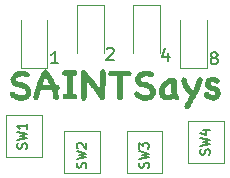
<source format=gto>
%TF.GenerationSoftware,KiCad,Pcbnew,8.0.4*%
%TF.CreationDate,2024-08-09T22:32:03-04:00*%
%TF.ProjectId,SaintSays,5361696e-7453-4617-9973-2e6b69636164,rev?*%
%TF.SameCoordinates,Original*%
%TF.FileFunction,Legend,Top*%
%TF.FilePolarity,Positive*%
%FSLAX46Y46*%
G04 Gerber Fmt 4.6, Leading zero omitted, Abs format (unit mm)*
G04 Created by KiCad (PCBNEW 8.0.4) date 2024-08-09 22:32:03*
%MOMM*%
%LPD*%
G01*
G04 APERTURE LIST*
%ADD10C,0.300000*%
%ADD11C,0.150000*%
%ADD12C,0.120000*%
G04 APERTURE END LIST*
D10*
G36*
X134728367Y-90304501D02*
G01*
X134708515Y-90180257D01*
X134710659Y-90157344D01*
X134753441Y-90042089D01*
X134760729Y-90032170D01*
X134862915Y-89959652D01*
X134866974Y-89958286D01*
X134989125Y-89962215D01*
X135014131Y-89971720D01*
X135119680Y-90041269D01*
X135139916Y-90062700D01*
X135234637Y-90140919D01*
X135265701Y-90157344D01*
X135380204Y-90205172D01*
X135470865Y-90230617D01*
X135594513Y-90254026D01*
X135617411Y-90256263D01*
X135739487Y-90261565D01*
X135768230Y-90261758D01*
X135868981Y-90231228D01*
X135961793Y-90165282D01*
X136031984Y-90062099D01*
X136036898Y-90044993D01*
X136039907Y-89920832D01*
X136036898Y-89908217D01*
X135983136Y-89798489D01*
X135971563Y-89784263D01*
X135870784Y-89714005D01*
X135853715Y-89708548D01*
X135735105Y-89672033D01*
X135608022Y-89641989D01*
X135582606Y-89637107D01*
X135457706Y-89611490D01*
X135336026Y-89581580D01*
X135320045Y-89577267D01*
X135203356Y-89538332D01*
X135092570Y-89486786D01*
X135078244Y-89478960D01*
X134975088Y-89406644D01*
X134885830Y-89317118D01*
X134867585Y-89295167D01*
X134801935Y-89191917D01*
X134797365Y-89179152D01*
X134765523Y-89061049D01*
X134763171Y-89051535D01*
X134750892Y-88920474D01*
X134768791Y-88796901D01*
X134791870Y-88738293D01*
X134854164Y-88630652D01*
X134928846Y-88532128D01*
X134952459Y-88505652D01*
X135041501Y-88420382D01*
X135147361Y-88344476D01*
X135232728Y-88299267D01*
X135352483Y-88252441D01*
X135476360Y-88220040D01*
X135561235Y-88206454D01*
X135690893Y-88197553D01*
X135821582Y-88202905D01*
X135909281Y-88214392D01*
X136039054Y-88241669D01*
X136163675Y-88280452D01*
X136243893Y-88312700D01*
X136342859Y-88390079D01*
X136362351Y-88432379D01*
X136372026Y-88557035D01*
X136364183Y-88591137D01*
X136298261Y-88698826D01*
X136275034Y-88718754D01*
X136158205Y-88757111D01*
X136120551Y-88753558D01*
X135998417Y-88725826D01*
X135946528Y-88712648D01*
X135824712Y-88684026D01*
X135784106Y-88676011D01*
X135659278Y-88671432D01*
X135650383Y-88672348D01*
X135526914Y-88694154D01*
X135514829Y-88697383D01*
X135396981Y-88735851D01*
X135315771Y-88780425D01*
X135255931Y-88850645D01*
X135222958Y-88947121D01*
X135273639Y-89055198D01*
X135384795Y-89113111D01*
X135396981Y-89116870D01*
X135518366Y-89142093D01*
X135643240Y-89166243D01*
X135660153Y-89169382D01*
X135786296Y-89197145D01*
X135910562Y-89233496D01*
X135926988Y-89238991D01*
X136046307Y-89286280D01*
X136158113Y-89344571D01*
X136172452Y-89353175D01*
X136272254Y-89428630D01*
X136357567Y-89524479D01*
X136367847Y-89538799D01*
X136440288Y-89638718D01*
X136490457Y-89750711D01*
X136495464Y-89766556D01*
X136521367Y-89886197D01*
X136525336Y-90013813D01*
X136524773Y-90021789D01*
X136504775Y-90147117D01*
X136464323Y-90267864D01*
X136404636Y-90378384D01*
X136325715Y-90474249D01*
X136233346Y-90554316D01*
X136195655Y-90580495D01*
X136088837Y-90646326D01*
X136050942Y-90667812D01*
X135931444Y-90717300D01*
X135805592Y-90743947D01*
X135718161Y-90749023D01*
X135595929Y-90742817D01*
X135473553Y-90724202D01*
X135362177Y-90696510D01*
X135242254Y-90655777D01*
X135126804Y-90604943D01*
X135025732Y-90549965D01*
X134922417Y-90482804D01*
X134822054Y-90404766D01*
X134755233Y-90342969D01*
X134728367Y-90304501D01*
G37*
G36*
X137809670Y-88105812D02*
G01*
X137849180Y-88135624D01*
X137944398Y-88236467D01*
X138033134Y-88342076D01*
X138115388Y-88452450D01*
X138191158Y-88567590D01*
X138260445Y-88687496D01*
X138282100Y-88728524D01*
X138344761Y-88852873D01*
X138404975Y-88978166D01*
X138462742Y-89104405D01*
X138518061Y-89231588D01*
X138570934Y-89359715D01*
X138588014Y-89402634D01*
X138712297Y-89401173D01*
X138746161Y-89402634D01*
X138861695Y-89449300D01*
X138885380Y-89471632D01*
X138948098Y-89579359D01*
X138949494Y-89587037D01*
X138937892Y-89706716D01*
X138868283Y-89806245D01*
X138759053Y-89861629D01*
X138750436Y-89863642D01*
X138782225Y-89983421D01*
X138810275Y-90105538D01*
X138817602Y-90140858D01*
X138841378Y-90264627D01*
X138861413Y-90389098D01*
X138866451Y-90424790D01*
X138866451Y-90451657D01*
X138827081Y-90569574D01*
X138808443Y-90596981D01*
X138712798Y-90675351D01*
X138701587Y-90680024D01*
X138578199Y-90686586D01*
X138573970Y-90685519D01*
X138467147Y-90616676D01*
X138448796Y-90595150D01*
X138395006Y-90480920D01*
X138392009Y-90457763D01*
X138376630Y-90336338D01*
X138371249Y-90308775D01*
X138346562Y-90188282D01*
X138316466Y-90065858D01*
X138280960Y-89941502D01*
X138258897Y-89871580D01*
X138124253Y-89871580D01*
X137990285Y-89871580D01*
X137856993Y-89871580D01*
X137783234Y-89871580D01*
X137650608Y-89871580D01*
X137517885Y-89871580D01*
X137385065Y-89871580D01*
X137311235Y-89871580D01*
X137273348Y-89992513D01*
X137251395Y-90076744D01*
X137222312Y-90199229D01*
X137203157Y-90281297D01*
X137176252Y-90400709D01*
X137168353Y-90441887D01*
X137120649Y-90558970D01*
X137098743Y-90587212D01*
X136998900Y-90663109D01*
X136957083Y-90673918D01*
X136833492Y-90655017D01*
X136822138Y-90648883D01*
X136735184Y-90559925D01*
X136725662Y-90542637D01*
X136697842Y-90423454D01*
X136700628Y-90378384D01*
X136719503Y-90251783D01*
X136747034Y-90142079D01*
X136782807Y-90018813D01*
X136812369Y-89910048D01*
X136845883Y-89786542D01*
X136881169Y-89663776D01*
X136918226Y-89541750D01*
X136957054Y-89420465D01*
X136963059Y-89402634D01*
X137462055Y-89402634D01*
X137592257Y-89402634D01*
X137719163Y-89402634D01*
X137781402Y-89402634D01*
X137905589Y-89402634D01*
X138028022Y-89402634D01*
X138076936Y-89402634D01*
X138025406Y-89283209D01*
X137971568Y-89164218D01*
X137920621Y-89056420D01*
X137861003Y-88940058D01*
X137796336Y-88827738D01*
X137733164Y-88729134D01*
X137681005Y-88846040D01*
X137631155Y-88962513D01*
X137587840Y-89068021D01*
X137542397Y-89183320D01*
X137499264Y-89298330D01*
X137462055Y-89402634D01*
X136963059Y-89402634D01*
X136997653Y-89299921D01*
X137040023Y-89180118D01*
X137084163Y-89061055D01*
X137130075Y-88942732D01*
X137177758Y-88825150D01*
X137227212Y-88708309D01*
X137261165Y-88630826D01*
X137309403Y-88527634D01*
X137357641Y-88427494D01*
X137410305Y-88315936D01*
X137411985Y-88312090D01*
X137473208Y-88202343D01*
X137475488Y-88199127D01*
X137562805Y-88110589D01*
X137682164Y-88073989D01*
X137686758Y-88073953D01*
X137809670Y-88105812D01*
G37*
G36*
X140164602Y-90152459D02*
G01*
X140286394Y-90182317D01*
X140330687Y-90212299D01*
X140405030Y-90310882D01*
X140415561Y-90342358D01*
X140412454Y-90464702D01*
X140403960Y-90487072D01*
X140316006Y-90578574D01*
X140276953Y-90596981D01*
X140158114Y-90626863D01*
X140112090Y-90631786D01*
X139987869Y-90637997D01*
X139922801Y-90637892D01*
X139799015Y-90633353D01*
X139746946Y-90629954D01*
X139622993Y-90624459D01*
X139395237Y-90624459D01*
X139274712Y-90592726D01*
X139256018Y-90579884D01*
X139177458Y-90485052D01*
X139172365Y-90473639D01*
X139159235Y-90350420D01*
X139160764Y-90341748D01*
X139215761Y-90232541D01*
X139232815Y-90214131D01*
X139343512Y-90157046D01*
X139375697Y-90152459D01*
X139497988Y-90149049D01*
X139553384Y-90152459D01*
X139553384Y-88621057D01*
X139426759Y-88620026D01*
X139387299Y-88619225D01*
X139266504Y-88584684D01*
X139232815Y-88563660D01*
X139155268Y-88465352D01*
X139149162Y-88354221D01*
X139201674Y-88248586D01*
X139298150Y-88175314D01*
X139410502Y-88152110D01*
X139533947Y-88151932D01*
X139657750Y-88151395D01*
X139781911Y-88150500D01*
X139806786Y-88150279D01*
X139931436Y-88149670D01*
X140056562Y-88150136D01*
X140182166Y-88151674D01*
X140207344Y-88152110D01*
X140243370Y-88163712D01*
X140280617Y-88182641D01*
X140372380Y-88266502D01*
X140400296Y-88324912D01*
X140402710Y-88449958D01*
X140377093Y-88505652D01*
X140309316Y-88577093D01*
X140220778Y-88611898D01*
X140121859Y-88621057D01*
X140025383Y-88621057D01*
X140025383Y-90160397D01*
X140081559Y-90158565D01*
X140137735Y-90152459D01*
X140164602Y-90152459D01*
G37*
G36*
X142336531Y-88281559D02*
G01*
X142396117Y-88170260D01*
X142411636Y-88153942D01*
X142518146Y-88090651D01*
X142525819Y-88088607D01*
X142651605Y-88095935D01*
X142750246Y-88172070D01*
X142762124Y-88188747D01*
X142791434Y-88235153D01*
X142804867Y-88285223D01*
X142806374Y-88423497D01*
X142807233Y-88561713D01*
X142807443Y-88699873D01*
X142807004Y-88837975D01*
X142805916Y-88976020D01*
X142804180Y-89114007D01*
X142801795Y-89251938D01*
X142798761Y-89389811D01*
X142795126Y-89527541D01*
X142790937Y-89665348D01*
X142786196Y-89803230D01*
X142780901Y-89941189D01*
X142775052Y-90079225D01*
X142768650Y-90217336D01*
X142761695Y-90355524D01*
X142754187Y-90493789D01*
X142717102Y-90612857D01*
X142698011Y-90633007D01*
X142588016Y-90692580D01*
X142570394Y-90696510D01*
X142448098Y-90689346D01*
X142425069Y-90681245D01*
X142328807Y-90603691D01*
X142316992Y-90582937D01*
X142313328Y-90575000D01*
X142313328Y-90582937D01*
X142234057Y-90454370D01*
X142153473Y-90327413D01*
X142071578Y-90202065D01*
X141988371Y-90078328D01*
X141903852Y-89956200D01*
X141818021Y-89835683D01*
X141783321Y-89787927D01*
X141695743Y-89669008D01*
X141607032Y-89550386D01*
X141517188Y-89432063D01*
X141426211Y-89314039D01*
X141334102Y-89196312D01*
X141240859Y-89078883D01*
X141203244Y-89031995D01*
X141203244Y-89905774D01*
X141203244Y-90031254D01*
X141203244Y-90156810D01*
X141203244Y-90203750D01*
X141201738Y-90330370D01*
X141198970Y-90399145D01*
X141189200Y-90516992D01*
X141172103Y-90590265D01*
X141103145Y-90691823D01*
X141065858Y-90714218D01*
X140943562Y-90733296D01*
X140920533Y-90729483D01*
X140810361Y-90670251D01*
X140792916Y-90651936D01*
X140741754Y-90536568D01*
X140739183Y-90497452D01*
X140739183Y-90369020D01*
X140739183Y-90327704D01*
X140739183Y-90203903D01*
X140739183Y-90073699D01*
X140739183Y-90064532D01*
X140739183Y-89941541D01*
X140739183Y-89811698D01*
X140739183Y-89749459D01*
X140739183Y-89623922D01*
X140739183Y-89500102D01*
X140739183Y-89418510D01*
X140738881Y-89290069D01*
X140737879Y-89159638D01*
X140737351Y-89115038D01*
X140736036Y-88992597D01*
X140735519Y-88877512D01*
X140734580Y-88754400D01*
X140731508Y-88624265D01*
X140731245Y-88616172D01*
X140729566Y-88486113D01*
X140731596Y-88363073D01*
X140731856Y-88354832D01*
X140764829Y-88243091D01*
X140847871Y-88171650D01*
X140955949Y-88142341D01*
X141068300Y-88157606D01*
X141162944Y-88221720D01*
X141245958Y-88312214D01*
X141257588Y-88326133D01*
X141334124Y-88424441D01*
X141344295Y-88438485D01*
X141412683Y-88528855D01*
X141492167Y-88626972D01*
X141572721Y-88725964D01*
X141644103Y-88813398D01*
X141724567Y-88912037D01*
X141801096Y-89007218D01*
X141880732Y-89107922D01*
X141887735Y-89116870D01*
X141964255Y-89218040D01*
X142039333Y-89319210D01*
X142106332Y-89411182D01*
X142178727Y-89512005D01*
X142249823Y-89612971D01*
X142313328Y-89704884D01*
X142317400Y-89573122D01*
X142320913Y-89441617D01*
X142323868Y-89310370D01*
X142326265Y-89179381D01*
X142328104Y-89048649D01*
X142328593Y-89005129D01*
X142330046Y-88874275D01*
X142331198Y-88743207D01*
X142332049Y-88611924D01*
X142332600Y-88480426D01*
X142332851Y-88348714D01*
X142332868Y-88304762D01*
X142336531Y-88281559D01*
G37*
G36*
X144826587Y-88198517D02*
G01*
X144929718Y-88272314D01*
X144948709Y-88296214D01*
X145001700Y-88407189D01*
X145006716Y-88433600D01*
X144983711Y-88553993D01*
X144979239Y-88561217D01*
X144877423Y-88630528D01*
X144849790Y-88637543D01*
X144719445Y-88655632D01*
X144594938Y-88664105D01*
X144515177Y-88664410D01*
X144386115Y-88661488D01*
X144257506Y-88660152D01*
X144242847Y-88660136D01*
X144242936Y-88804782D01*
X144243204Y-88948683D01*
X144243652Y-89091839D01*
X144244278Y-89234249D01*
X144245083Y-89375914D01*
X144246067Y-89516834D01*
X144246510Y-89572993D01*
X144247387Y-89714464D01*
X144247727Y-89858380D01*
X144247530Y-90004741D01*
X144246797Y-90153547D01*
X144245526Y-90304798D01*
X144244124Y-90427558D01*
X144242847Y-90520655D01*
X144207925Y-90640978D01*
X144168963Y-90676971D01*
X144051154Y-90717729D01*
X144008374Y-90717271D01*
X143890358Y-90678348D01*
X143847784Y-90647662D01*
X143781667Y-90540930D01*
X143774511Y-90477913D01*
X143773456Y-90335464D01*
X143772579Y-90193194D01*
X143771881Y-90051102D01*
X143771363Y-89909190D01*
X143771023Y-89767456D01*
X143770862Y-89625901D01*
X143770847Y-89569330D01*
X143770847Y-89427832D01*
X143770847Y-89286125D01*
X143770847Y-89144209D01*
X143770847Y-89002085D01*
X143770847Y-88859752D01*
X143770847Y-88717211D01*
X143770847Y-88660136D01*
X143653000Y-88664410D01*
X143525425Y-88666837D01*
X143471039Y-88666242D01*
X143345769Y-88658895D01*
X143268318Y-88650366D01*
X143148295Y-88623556D01*
X143086357Y-88597854D01*
X143005146Y-88505652D01*
X143002704Y-88382920D01*
X143061129Y-88272510D01*
X143066817Y-88265683D01*
X143169985Y-88195164D01*
X143182833Y-88191189D01*
X143323929Y-88186961D01*
X143462980Y-88184427D01*
X143599985Y-88183588D01*
X143734946Y-88184444D01*
X143811147Y-88185694D01*
X143944622Y-88187835D01*
X144078973Y-88189451D01*
X144214200Y-88190540D01*
X144350304Y-88191103D01*
X144428471Y-88191189D01*
X144556088Y-88191189D01*
X144614096Y-88191189D01*
X144737490Y-88191189D01*
X144803384Y-88191189D01*
X144826587Y-88198517D01*
G37*
G36*
X145267445Y-90304501D02*
G01*
X145247594Y-90180257D01*
X145249738Y-90157344D01*
X145292520Y-90042089D01*
X145299808Y-90032170D01*
X145401994Y-89959652D01*
X145406053Y-89958286D01*
X145528204Y-89962215D01*
X145553210Y-89971720D01*
X145658759Y-90041269D01*
X145678995Y-90062700D01*
X145773716Y-90140919D01*
X145804780Y-90157344D01*
X145919283Y-90205172D01*
X146009944Y-90230617D01*
X146133592Y-90254026D01*
X146156489Y-90256263D01*
X146278565Y-90261565D01*
X146307309Y-90261758D01*
X146408060Y-90231228D01*
X146500872Y-90165282D01*
X146571063Y-90062099D01*
X146575976Y-90044993D01*
X146578985Y-89920832D01*
X146575976Y-89908217D01*
X146522214Y-89798489D01*
X146510642Y-89784263D01*
X146409863Y-89714005D01*
X146392794Y-89708548D01*
X146274184Y-89672033D01*
X146147101Y-89641989D01*
X146121685Y-89637107D01*
X145996785Y-89611490D01*
X145875104Y-89581580D01*
X145859124Y-89577267D01*
X145742435Y-89538332D01*
X145631649Y-89486786D01*
X145617323Y-89478960D01*
X145514167Y-89406644D01*
X145424909Y-89317118D01*
X145406664Y-89295167D01*
X145341014Y-89191917D01*
X145336444Y-89179152D01*
X145304602Y-89061049D01*
X145302250Y-89051535D01*
X145289971Y-88920474D01*
X145307870Y-88796901D01*
X145330949Y-88738293D01*
X145393242Y-88630652D01*
X145467925Y-88532128D01*
X145491538Y-88505652D01*
X145580580Y-88420382D01*
X145686439Y-88344476D01*
X145771807Y-88299267D01*
X145891562Y-88252441D01*
X146015439Y-88220040D01*
X146100314Y-88206454D01*
X146229972Y-88197553D01*
X146360661Y-88202905D01*
X146448360Y-88214392D01*
X146578133Y-88241669D01*
X146702754Y-88280452D01*
X146782972Y-88312700D01*
X146881938Y-88390079D01*
X146901430Y-88432379D01*
X146911105Y-88557035D01*
X146903262Y-88591137D01*
X146837340Y-88698826D01*
X146814113Y-88718754D01*
X146697284Y-88757111D01*
X146659630Y-88753558D01*
X146537496Y-88725826D01*
X146485607Y-88712648D01*
X146363790Y-88684026D01*
X146323185Y-88676011D01*
X146198357Y-88671432D01*
X146189462Y-88672348D01*
X146065993Y-88694154D01*
X146053907Y-88697383D01*
X145936060Y-88735851D01*
X145854849Y-88780425D01*
X145795010Y-88850645D01*
X145762037Y-88947121D01*
X145812718Y-89055198D01*
X145923874Y-89113111D01*
X145936060Y-89116870D01*
X146057445Y-89142093D01*
X146182319Y-89166243D01*
X146199232Y-89169382D01*
X146325375Y-89197145D01*
X146449640Y-89233496D01*
X146466067Y-89238991D01*
X146585386Y-89286280D01*
X146697192Y-89344571D01*
X146711531Y-89353175D01*
X146811333Y-89428630D01*
X146896645Y-89524479D01*
X146906926Y-89538799D01*
X146979367Y-89638718D01*
X147029536Y-89750711D01*
X147034542Y-89766556D01*
X147060446Y-89886197D01*
X147064414Y-90013813D01*
X147063852Y-90021789D01*
X147043854Y-90147117D01*
X147003401Y-90267864D01*
X146943715Y-90378384D01*
X146864794Y-90474249D01*
X146772424Y-90554316D01*
X146734734Y-90580495D01*
X146627916Y-90646326D01*
X146590020Y-90667812D01*
X146470523Y-90717300D01*
X146344671Y-90743947D01*
X146257240Y-90749023D01*
X146135008Y-90742817D01*
X146012632Y-90724202D01*
X145901256Y-90696510D01*
X145781333Y-90655777D01*
X145665883Y-90604943D01*
X145564811Y-90549965D01*
X145461496Y-90482804D01*
X145361132Y-90404766D01*
X145294312Y-90342969D01*
X145267445Y-90304501D01*
G37*
G36*
X148593961Y-88810753D02*
G01*
X148648988Y-88823168D01*
X148757841Y-88880666D01*
X148778436Y-88904378D01*
X148828506Y-88985589D01*
X148846214Y-89059473D01*
X148846214Y-89142515D01*
X148844382Y-89252424D01*
X148843736Y-89378829D01*
X148842550Y-89463084D01*
X148842312Y-89585546D01*
X148844382Y-89670080D01*
X148844382Y-89761060D01*
X148848046Y-89878907D01*
X148857815Y-89996755D01*
X148875523Y-90087735D01*
X149030006Y-90404640D01*
X149040072Y-90529815D01*
X149018405Y-90590265D01*
X148927770Y-90678078D01*
X148900558Y-90689183D01*
X148774054Y-90694013D01*
X148735694Y-90683077D01*
X148629217Y-90616183D01*
X148581210Y-90559734D01*
X148474507Y-90628733D01*
X148370551Y-90673307D01*
X148246066Y-90701321D01*
X148136688Y-90710554D01*
X148006146Y-90708521D01*
X147875257Y-90690174D01*
X147784979Y-90665369D01*
X147667321Y-90614533D01*
X147565384Y-90546363D01*
X147523639Y-90509054D01*
X147441309Y-90407758D01*
X147383907Y-90295906D01*
X147366713Y-90248325D01*
X147338434Y-90123933D01*
X147328805Y-89998139D01*
X147329974Y-89963095D01*
X147807552Y-89963095D01*
X147808182Y-89975383D01*
X147837758Y-90096789D01*
X147854588Y-90124371D01*
X147946100Y-90209261D01*
X147957170Y-90215352D01*
X148076345Y-90249591D01*
X148084787Y-90250157D01*
X148206937Y-90232041D01*
X148210572Y-90230617D01*
X148307048Y-90170778D01*
X148403524Y-90095673D01*
X148384573Y-89967505D01*
X148371228Y-89839456D01*
X148363488Y-89711527D01*
X148362613Y-89685956D01*
X148360490Y-89557370D01*
X148360991Y-89428069D01*
X148364116Y-89298053D01*
X148365055Y-89271964D01*
X148239432Y-89307484D01*
X148123598Y-89368249D01*
X148051814Y-89422784D01*
X147966130Y-89510114D01*
X147895534Y-89616903D01*
X147858251Y-89704884D01*
X147823256Y-89823094D01*
X147819173Y-89840439D01*
X147807552Y-89963095D01*
X147329974Y-89963095D01*
X147332519Y-89886845D01*
X147351638Y-89761022D01*
X147361217Y-89720150D01*
X147396709Y-89600738D01*
X147410066Y-89562002D01*
X147461181Y-89445070D01*
X147496772Y-89380041D01*
X147564127Y-89274948D01*
X147610956Y-89213956D01*
X147692937Y-89123267D01*
X147797860Y-89030160D01*
X147912777Y-88950727D01*
X148037686Y-88884969D01*
X148133025Y-88846371D01*
X148251521Y-88816441D01*
X148279570Y-88811566D01*
X148402175Y-88798894D01*
X148467027Y-88798133D01*
X148593961Y-88810753D01*
G37*
G36*
X150581559Y-88869574D02*
G01*
X150668231Y-88778221D01*
X150697575Y-88763328D01*
X150822237Y-88747315D01*
X150834961Y-88749895D01*
X150944769Y-88809658D01*
X150954640Y-88819504D01*
X151012965Y-88930200D01*
X151018754Y-88962386D01*
X151009030Y-89084942D01*
X150993719Y-89148011D01*
X150956930Y-89269674D01*
X150915508Y-89387338D01*
X150912508Y-89395307D01*
X150866748Y-89512398D01*
X150816755Y-89631676D01*
X150813590Y-89638939D01*
X150763251Y-89753614D01*
X150732379Y-89820900D01*
X150673804Y-89947236D01*
X150612951Y-90072463D01*
X150549818Y-90196579D01*
X150484406Y-90319584D01*
X150446004Y-90389375D01*
X150378038Y-90511016D01*
X150309312Y-90632306D01*
X150239826Y-90753245D01*
X150169581Y-90873834D01*
X150129099Y-90942585D01*
X150074755Y-91046388D01*
X150019457Y-91157719D01*
X150011252Y-91174005D01*
X149952147Y-91283332D01*
X149943475Y-91297958D01*
X149878140Y-91383443D01*
X149771322Y-91451221D01*
X149734647Y-91460380D01*
X149612873Y-91446304D01*
X149601535Y-91440840D01*
X149511631Y-91356418D01*
X149504448Y-91344364D01*
X149474410Y-91225508D01*
X149475750Y-91186217D01*
X149506280Y-91095237D01*
X149564240Y-90986687D01*
X149568562Y-90979221D01*
X149633821Y-90871852D01*
X149638171Y-90865038D01*
X149692515Y-90775889D01*
X149758783Y-90664224D01*
X149822947Y-90552560D01*
X149840893Y-90520655D01*
X149904172Y-90408991D01*
X149967918Y-90297326D01*
X149986217Y-90265422D01*
X149892887Y-90184042D01*
X149804323Y-90099270D01*
X149707021Y-89996083D01*
X149616206Y-89888279D01*
X149543527Y-89792201D01*
X149465664Y-89675381D01*
X149396099Y-89553595D01*
X149334832Y-89426840D01*
X149281863Y-89295119D01*
X149255321Y-89217620D01*
X149216242Y-89109542D01*
X149205251Y-88997191D01*
X149241277Y-88879344D01*
X149316992Y-88793859D01*
X149423237Y-88757222D01*
X149545359Y-88784089D01*
X149624127Y-88859804D01*
X149672976Y-88964218D01*
X149705949Y-89078401D01*
X149738921Y-89182815D01*
X149791073Y-89299713D01*
X149850977Y-89411125D01*
X149918633Y-89517051D01*
X149994041Y-89617491D01*
X150077200Y-89712445D01*
X150168111Y-89801914D01*
X150206646Y-89836165D01*
X150261334Y-89720035D01*
X150313045Y-89603676D01*
X150361779Y-89487088D01*
X150407536Y-89370272D01*
X150450889Y-89252730D01*
X150491800Y-89133967D01*
X150530268Y-89013982D01*
X150566294Y-88892777D01*
X150581559Y-88869574D01*
G37*
G36*
X151162857Y-90316102D02*
G01*
X151142965Y-90194601D01*
X151143318Y-90186653D01*
X151176290Y-90070638D01*
X151259333Y-89989427D01*
X151381621Y-89967209D01*
X151391224Y-89968056D01*
X151468161Y-89991259D01*
X151531664Y-90037665D01*
X151589672Y-90095673D01*
X151650122Y-90149406D01*
X151757634Y-90211824D01*
X151789340Y-90223290D01*
X151908674Y-90252464D01*
X151943824Y-90258094D01*
X152031140Y-90231228D01*
X152075715Y-90165282D01*
X152081210Y-90082240D01*
X152052512Y-90010188D01*
X151948272Y-89941998D01*
X151891922Y-89925314D01*
X151768136Y-89894984D01*
X151716067Y-89878907D01*
X151600968Y-89835096D01*
X151487700Y-89780600D01*
X151386034Y-89709159D01*
X151305739Y-89615736D01*
X151247426Y-89504300D01*
X151219033Y-89386147D01*
X151217685Y-89258117D01*
X151237962Y-89148011D01*
X151285575Y-89030259D01*
X151348482Y-88935519D01*
X151433661Y-88847287D01*
X151534106Y-88776762D01*
X151647270Y-88730054D01*
X151711793Y-88716922D01*
X151833628Y-88707954D01*
X151907187Y-88710816D01*
X152029881Y-88729086D01*
X152102581Y-88748063D01*
X152222632Y-88788359D01*
X152280268Y-88811566D01*
X152382099Y-88882655D01*
X152419487Y-88931856D01*
X152461962Y-89048634D01*
X152464061Y-89088171D01*
X152424890Y-89206909D01*
X152409717Y-89225558D01*
X152298806Y-89280790D01*
X152257065Y-89283565D01*
X152144713Y-89262194D01*
X152040910Y-89221284D01*
X151920136Y-89188912D01*
X151890090Y-89184647D01*
X151767970Y-89191011D01*
X151758199Y-89194417D01*
X151723394Y-89219452D01*
X151694696Y-89271964D01*
X151690422Y-89333635D01*
X151731332Y-89383705D01*
X151845637Y-89435493D01*
X151928558Y-89461252D01*
X152051043Y-89495955D01*
X152133112Y-89522923D01*
X152247802Y-89571142D01*
X152320568Y-89612072D01*
X152413924Y-89692750D01*
X152465893Y-89766556D01*
X152518243Y-89878812D01*
X152548405Y-90004686D01*
X152553210Y-90074302D01*
X152543512Y-90201254D01*
X152511443Y-90321152D01*
X152489096Y-90374110D01*
X152425732Y-90480473D01*
X152341811Y-90573332D01*
X152296144Y-90611636D01*
X152185401Y-90678806D01*
X152060550Y-90719573D01*
X151998168Y-90729483D01*
X151872043Y-90731470D01*
X151762473Y-90716050D01*
X151641275Y-90680661D01*
X151537770Y-90634839D01*
X151427246Y-90569293D01*
X151336880Y-90501727D01*
X151244816Y-90417265D01*
X151174459Y-90339305D01*
X151162857Y-90316102D01*
G37*
D11*
X151574200Y-95316667D02*
X151612295Y-95202381D01*
X151612295Y-95202381D02*
X151612295Y-95011905D01*
X151612295Y-95011905D02*
X151574200Y-94935714D01*
X151574200Y-94935714D02*
X151536104Y-94897619D01*
X151536104Y-94897619D02*
X151459914Y-94859524D01*
X151459914Y-94859524D02*
X151383723Y-94859524D01*
X151383723Y-94859524D02*
X151307533Y-94897619D01*
X151307533Y-94897619D02*
X151269438Y-94935714D01*
X151269438Y-94935714D02*
X151231342Y-95011905D01*
X151231342Y-95011905D02*
X151193247Y-95164286D01*
X151193247Y-95164286D02*
X151155152Y-95240476D01*
X151155152Y-95240476D02*
X151117057Y-95278571D01*
X151117057Y-95278571D02*
X151040866Y-95316667D01*
X151040866Y-95316667D02*
X150964676Y-95316667D01*
X150964676Y-95316667D02*
X150888485Y-95278571D01*
X150888485Y-95278571D02*
X150850390Y-95240476D01*
X150850390Y-95240476D02*
X150812295Y-95164286D01*
X150812295Y-95164286D02*
X150812295Y-94973809D01*
X150812295Y-94973809D02*
X150850390Y-94859524D01*
X150812295Y-94592857D02*
X151612295Y-94402381D01*
X151612295Y-94402381D02*
X151040866Y-94250000D01*
X151040866Y-94250000D02*
X151612295Y-94097619D01*
X151612295Y-94097619D02*
X150812295Y-93907143D01*
X151078961Y-93259523D02*
X151612295Y-93259523D01*
X150774200Y-93449999D02*
X151345628Y-93640476D01*
X151345628Y-93640476D02*
X151345628Y-93145237D01*
X151904762Y-87083390D02*
X151809524Y-87035771D01*
X151809524Y-87035771D02*
X151761905Y-86988152D01*
X151761905Y-86988152D02*
X151714286Y-86892914D01*
X151714286Y-86892914D02*
X151714286Y-86845295D01*
X151714286Y-86845295D02*
X151761905Y-86750057D01*
X151761905Y-86750057D02*
X151809524Y-86702438D01*
X151809524Y-86702438D02*
X151904762Y-86654819D01*
X151904762Y-86654819D02*
X152095238Y-86654819D01*
X152095238Y-86654819D02*
X152190476Y-86702438D01*
X152190476Y-86702438D02*
X152238095Y-86750057D01*
X152238095Y-86750057D02*
X152285714Y-86845295D01*
X152285714Y-86845295D02*
X152285714Y-86892914D01*
X152285714Y-86892914D02*
X152238095Y-86988152D01*
X152238095Y-86988152D02*
X152190476Y-87035771D01*
X152190476Y-87035771D02*
X152095238Y-87083390D01*
X152095238Y-87083390D02*
X151904762Y-87083390D01*
X151904762Y-87083390D02*
X151809524Y-87131009D01*
X151809524Y-87131009D02*
X151761905Y-87178628D01*
X151761905Y-87178628D02*
X151714286Y-87273866D01*
X151714286Y-87273866D02*
X151714286Y-87464342D01*
X151714286Y-87464342D02*
X151761905Y-87559580D01*
X151761905Y-87559580D02*
X151809524Y-87607200D01*
X151809524Y-87607200D02*
X151904762Y-87654819D01*
X151904762Y-87654819D02*
X152095238Y-87654819D01*
X152095238Y-87654819D02*
X152190476Y-87607200D01*
X152190476Y-87607200D02*
X152238095Y-87559580D01*
X152238095Y-87559580D02*
X152285714Y-87464342D01*
X152285714Y-87464342D02*
X152285714Y-87273866D01*
X152285714Y-87273866D02*
X152238095Y-87178628D01*
X152238095Y-87178628D02*
X152190476Y-87131009D01*
X152190476Y-87131009D02*
X152095238Y-87083390D01*
X138785714Y-87554819D02*
X138214286Y-87554819D01*
X138500000Y-87554819D02*
X138500000Y-86554819D01*
X138500000Y-86554819D02*
X138404762Y-86697676D01*
X138404762Y-86697676D02*
X138309524Y-86792914D01*
X138309524Y-86792914D02*
X138214286Y-86840533D01*
X136074200Y-94816667D02*
X136112295Y-94702381D01*
X136112295Y-94702381D02*
X136112295Y-94511905D01*
X136112295Y-94511905D02*
X136074200Y-94435714D01*
X136074200Y-94435714D02*
X136036104Y-94397619D01*
X136036104Y-94397619D02*
X135959914Y-94359524D01*
X135959914Y-94359524D02*
X135883723Y-94359524D01*
X135883723Y-94359524D02*
X135807533Y-94397619D01*
X135807533Y-94397619D02*
X135769438Y-94435714D01*
X135769438Y-94435714D02*
X135731342Y-94511905D01*
X135731342Y-94511905D02*
X135693247Y-94664286D01*
X135693247Y-94664286D02*
X135655152Y-94740476D01*
X135655152Y-94740476D02*
X135617057Y-94778571D01*
X135617057Y-94778571D02*
X135540866Y-94816667D01*
X135540866Y-94816667D02*
X135464676Y-94816667D01*
X135464676Y-94816667D02*
X135388485Y-94778571D01*
X135388485Y-94778571D02*
X135350390Y-94740476D01*
X135350390Y-94740476D02*
X135312295Y-94664286D01*
X135312295Y-94664286D02*
X135312295Y-94473809D01*
X135312295Y-94473809D02*
X135350390Y-94359524D01*
X135312295Y-94092857D02*
X136112295Y-93902381D01*
X136112295Y-93902381D02*
X135540866Y-93750000D01*
X135540866Y-93750000D02*
X136112295Y-93597619D01*
X136112295Y-93597619D02*
X135312295Y-93407143D01*
X136112295Y-92683333D02*
X136112295Y-93140476D01*
X136112295Y-92911904D02*
X135312295Y-92911904D01*
X135312295Y-92911904D02*
X135426580Y-92988095D01*
X135426580Y-92988095D02*
X135502771Y-93064285D01*
X135502771Y-93064285D02*
X135540866Y-93140476D01*
X142914286Y-86350057D02*
X142961905Y-86302438D01*
X142961905Y-86302438D02*
X143057143Y-86254819D01*
X143057143Y-86254819D02*
X143295238Y-86254819D01*
X143295238Y-86254819D02*
X143390476Y-86302438D01*
X143390476Y-86302438D02*
X143438095Y-86350057D01*
X143438095Y-86350057D02*
X143485714Y-86445295D01*
X143485714Y-86445295D02*
X143485714Y-86540533D01*
X143485714Y-86540533D02*
X143438095Y-86683390D01*
X143438095Y-86683390D02*
X142866667Y-87254819D01*
X142866667Y-87254819D02*
X143485714Y-87254819D01*
X148090476Y-86688152D02*
X148090476Y-87354819D01*
X147852381Y-86307200D02*
X147614286Y-87021485D01*
X147614286Y-87021485D02*
X148233333Y-87021485D01*
X146424200Y-96431667D02*
X146462295Y-96317381D01*
X146462295Y-96317381D02*
X146462295Y-96126905D01*
X146462295Y-96126905D02*
X146424200Y-96050714D01*
X146424200Y-96050714D02*
X146386104Y-96012619D01*
X146386104Y-96012619D02*
X146309914Y-95974524D01*
X146309914Y-95974524D02*
X146233723Y-95974524D01*
X146233723Y-95974524D02*
X146157533Y-96012619D01*
X146157533Y-96012619D02*
X146119438Y-96050714D01*
X146119438Y-96050714D02*
X146081342Y-96126905D01*
X146081342Y-96126905D02*
X146043247Y-96279286D01*
X146043247Y-96279286D02*
X146005152Y-96355476D01*
X146005152Y-96355476D02*
X145967057Y-96393571D01*
X145967057Y-96393571D02*
X145890866Y-96431667D01*
X145890866Y-96431667D02*
X145814676Y-96431667D01*
X145814676Y-96431667D02*
X145738485Y-96393571D01*
X145738485Y-96393571D02*
X145700390Y-96355476D01*
X145700390Y-96355476D02*
X145662295Y-96279286D01*
X145662295Y-96279286D02*
X145662295Y-96088809D01*
X145662295Y-96088809D02*
X145700390Y-95974524D01*
X145662295Y-95707857D02*
X146462295Y-95517381D01*
X146462295Y-95517381D02*
X145890866Y-95365000D01*
X145890866Y-95365000D02*
X146462295Y-95212619D01*
X146462295Y-95212619D02*
X145662295Y-95022143D01*
X145662295Y-94793571D02*
X145662295Y-94298333D01*
X145662295Y-94298333D02*
X145967057Y-94564999D01*
X145967057Y-94564999D02*
X145967057Y-94450714D01*
X145967057Y-94450714D02*
X146005152Y-94374523D01*
X146005152Y-94374523D02*
X146043247Y-94336428D01*
X146043247Y-94336428D02*
X146119438Y-94298333D01*
X146119438Y-94298333D02*
X146309914Y-94298333D01*
X146309914Y-94298333D02*
X146386104Y-94336428D01*
X146386104Y-94336428D02*
X146424200Y-94374523D01*
X146424200Y-94374523D02*
X146462295Y-94450714D01*
X146462295Y-94450714D02*
X146462295Y-94679285D01*
X146462295Y-94679285D02*
X146424200Y-94755476D01*
X146424200Y-94755476D02*
X146386104Y-94793571D01*
X141124200Y-96431667D02*
X141162295Y-96317381D01*
X141162295Y-96317381D02*
X141162295Y-96126905D01*
X141162295Y-96126905D02*
X141124200Y-96050714D01*
X141124200Y-96050714D02*
X141086104Y-96012619D01*
X141086104Y-96012619D02*
X141009914Y-95974524D01*
X141009914Y-95974524D02*
X140933723Y-95974524D01*
X140933723Y-95974524D02*
X140857533Y-96012619D01*
X140857533Y-96012619D02*
X140819438Y-96050714D01*
X140819438Y-96050714D02*
X140781342Y-96126905D01*
X140781342Y-96126905D02*
X140743247Y-96279286D01*
X140743247Y-96279286D02*
X140705152Y-96355476D01*
X140705152Y-96355476D02*
X140667057Y-96393571D01*
X140667057Y-96393571D02*
X140590866Y-96431667D01*
X140590866Y-96431667D02*
X140514676Y-96431667D01*
X140514676Y-96431667D02*
X140438485Y-96393571D01*
X140438485Y-96393571D02*
X140400390Y-96355476D01*
X140400390Y-96355476D02*
X140362295Y-96279286D01*
X140362295Y-96279286D02*
X140362295Y-96088809D01*
X140362295Y-96088809D02*
X140400390Y-95974524D01*
X140362295Y-95707857D02*
X141162295Y-95517381D01*
X141162295Y-95517381D02*
X140590866Y-95365000D01*
X140590866Y-95365000D02*
X141162295Y-95212619D01*
X141162295Y-95212619D02*
X140362295Y-95022143D01*
X140438485Y-94755476D02*
X140400390Y-94717380D01*
X140400390Y-94717380D02*
X140362295Y-94641190D01*
X140362295Y-94641190D02*
X140362295Y-94450714D01*
X140362295Y-94450714D02*
X140400390Y-94374523D01*
X140400390Y-94374523D02*
X140438485Y-94336428D01*
X140438485Y-94336428D02*
X140514676Y-94298333D01*
X140514676Y-94298333D02*
X140590866Y-94298333D01*
X140590866Y-94298333D02*
X140705152Y-94336428D01*
X140705152Y-94336428D02*
X141162295Y-94793571D01*
X141162295Y-94793571D02*
X141162295Y-94298333D01*
D12*
%TO.C,SW4*%
X149800000Y-96000000D02*
X149800000Y-92468000D01*
X152800000Y-92468000D02*
X149800000Y-92468000D01*
X152800000Y-96000000D02*
X149800000Y-96000000D01*
X152800000Y-96000000D02*
X152800000Y-92468000D01*
%TO.C,8*%
X149115000Y-83887500D02*
X149115000Y-87947500D01*
X149115000Y-87947500D02*
X151385000Y-87947500D01*
X151385000Y-87947500D02*
X151385000Y-83887500D01*
%TO.C,1*%
X135615000Y-83912500D02*
X135615000Y-87972500D01*
X135615000Y-87972500D02*
X137885000Y-87972500D01*
X137885000Y-87972500D02*
X137885000Y-83912500D01*
%TO.C,SW1*%
X134390000Y-95480000D02*
X134390000Y-91948000D01*
X137390000Y-91948000D02*
X134390000Y-91948000D01*
X137390000Y-95480000D02*
X134390000Y-95480000D01*
X137390000Y-95480000D02*
X137390000Y-91948000D01*
%TO.C,2*%
X140365000Y-82630000D02*
X140365000Y-86690000D01*
X142635000Y-82630000D02*
X140365000Y-82630000D01*
X142635000Y-86690000D02*
X142635000Y-82630000D01*
%TO.C,4*%
X145115000Y-82630000D02*
X145115000Y-86690000D01*
X147385000Y-82630000D02*
X145115000Y-82630000D01*
X147385000Y-86690000D02*
X147385000Y-82630000D01*
%TO.C,SW3*%
X144600000Y-96865000D02*
X144600000Y-93333000D01*
X147600000Y-93333000D02*
X144600000Y-93333000D01*
X147600000Y-96865000D02*
X144600000Y-96865000D01*
X147600000Y-96865000D02*
X147600000Y-93333000D01*
%TO.C,SW2*%
X139300000Y-96865000D02*
X139300000Y-93333000D01*
X142300000Y-93333000D02*
X139300000Y-93333000D01*
X142300000Y-96865000D02*
X139300000Y-96865000D01*
X142300000Y-96865000D02*
X142300000Y-93333000D01*
%TD*%
M02*

</source>
